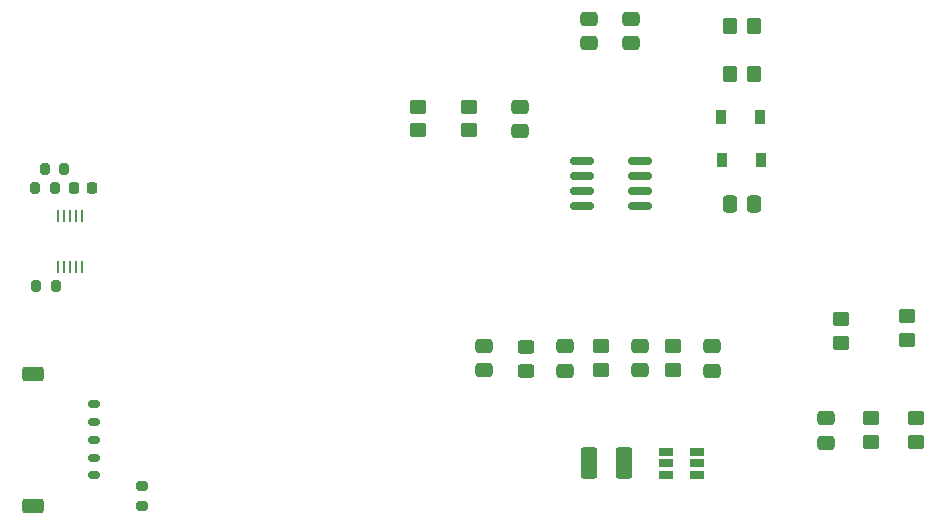
<source format=gbr>
%TF.GenerationSoftware,KiCad,Pcbnew,7.0.1-0*%
%TF.CreationDate,2023-03-22T23:36:25-07:00*%
%TF.ProjectId,Cosmic_Watch_Rev7_Nano_Revised,436f736d-6963-45f5-9761-7463685f5265,6.1*%
%TF.SameCoordinates,Original*%
%TF.FileFunction,Paste,Top*%
%TF.FilePolarity,Positive*%
%FSLAX46Y46*%
G04 Gerber Fmt 4.6, Leading zero omitted, Abs format (unit mm)*
G04 Created by KiCad (PCBNEW 7.0.1-0) date 2023-03-22 23:36:25*
%MOMM*%
%LPD*%
G01*
G04 APERTURE LIST*
G04 Aperture macros list*
%AMRoundRect*
0 Rectangle with rounded corners*
0 $1 Rounding radius*
0 $2 $3 $4 $5 $6 $7 $8 $9 X,Y pos of 4 corners*
0 Add a 4 corners polygon primitive as box body*
4,1,4,$2,$3,$4,$5,$6,$7,$8,$9,$2,$3,0*
0 Add four circle primitives for the rounded corners*
1,1,$1+$1,$2,$3*
1,1,$1+$1,$4,$5*
1,1,$1+$1,$6,$7*
1,1,$1+$1,$8,$9*
0 Add four rect primitives between the rounded corners*
20,1,$1+$1,$2,$3,$4,$5,0*
20,1,$1+$1,$4,$5,$6,$7,0*
20,1,$1+$1,$6,$7,$8,$9,0*
20,1,$1+$1,$8,$9,$2,$3,0*%
G04 Aperture macros list end*
%ADD10RoundRect,0.250000X0.337500X0.475000X-0.337500X0.475000X-0.337500X-0.475000X0.337500X-0.475000X0*%
%ADD11RoundRect,0.250000X-0.475000X0.337500X-0.475000X-0.337500X0.475000X-0.337500X0.475000X0.337500X0*%
%ADD12RoundRect,0.249999X-0.450001X0.350001X-0.450001X-0.350001X0.450001X-0.350001X0.450001X0.350001X0*%
%ADD13RoundRect,0.250000X0.475000X-0.337500X0.475000X0.337500X-0.475000X0.337500X-0.475000X-0.337500X0*%
%ADD14RoundRect,0.200000X0.200000X0.275000X-0.200000X0.275000X-0.200000X-0.275000X0.200000X-0.275000X0*%
%ADD15R,1.220000X0.650000*%
%ADD16RoundRect,0.150000X-0.350000X0.150000X-0.350000X-0.150000X0.350000X-0.150000X0.350000X0.150000X0*%
%ADD17RoundRect,0.250000X-0.650000X0.375000X-0.650000X-0.375000X0.650000X-0.375000X0.650000X0.375000X0*%
%ADD18RoundRect,0.250000X-0.462500X-1.075000X0.462500X-1.075000X0.462500X1.075000X-0.462500X1.075000X0*%
%ADD19RoundRect,0.249999X0.450001X-0.350001X0.450001X0.350001X-0.450001X0.350001X-0.450001X-0.350001X0*%
%ADD20RoundRect,0.200000X-0.275000X0.200000X-0.275000X-0.200000X0.275000X-0.200000X0.275000X0.200000X0*%
%ADD21RoundRect,0.225000X-0.225000X-0.250000X0.225000X-0.250000X0.225000X0.250000X-0.225000X0.250000X0*%
%ADD22RoundRect,0.249999X0.450001X-0.325001X0.450001X0.325001X-0.450001X0.325001X-0.450001X-0.325001X0*%
%ADD23RoundRect,0.249999X0.350001X0.450001X-0.350001X0.450001X-0.350001X-0.450001X0.350001X-0.450001X0*%
%ADD24RoundRect,0.200000X-0.200000X-0.275000X0.200000X-0.275000X0.200000X0.275000X-0.200000X0.275000X0*%
%ADD25RoundRect,0.150000X0.825000X0.150000X-0.825000X0.150000X-0.825000X-0.150000X0.825000X-0.150000X0*%
%ADD26R,0.900000X1.200000*%
%ADD27R,0.250000X1.100000*%
G04 APERTURE END LIST*
D10*
%TO.C,C6*%
X224855500Y-74264400D03*
X222780500Y-74264400D03*
%TD*%
D11*
%TO.C,C5*%
X210880000Y-58562500D03*
X210880000Y-60637500D03*
%TD*%
D12*
%TO.C,R20*%
X232216000Y-83983800D03*
X232216000Y-85983800D03*
%TD*%
D13*
%TO.C,C7*%
X205038000Y-68075000D03*
X205038000Y-66000000D03*
%TD*%
D14*
%TO.C,R10*%
X165725000Y-81200000D03*
X164075000Y-81200000D03*
%TD*%
D15*
%TO.C,U1*%
X219987500Y-97147300D03*
X219987500Y-96197300D03*
X219987500Y-95247300D03*
X217367500Y-95247300D03*
X217367500Y-96197300D03*
X217367500Y-97147300D03*
%TD*%
D16*
%TO.C,J1*%
X168995000Y-91200000D03*
X168995000Y-92700000D03*
X168995000Y-94200000D03*
X168995000Y-95700000D03*
X168995000Y-97200000D03*
D17*
X163805000Y-88595000D03*
X163805000Y-99805000D03*
%TD*%
D18*
%TO.C,L1*%
X210880000Y-96197300D03*
X213855000Y-96197300D03*
%TD*%
D12*
%TO.C,R2*%
X211896000Y-86269800D03*
X211896000Y-88269800D03*
%TD*%
D19*
%TO.C,R3*%
X196402000Y-68000000D03*
X196402000Y-66000000D03*
%TD*%
D12*
%TO.C,R9*%
X238566000Y-92365800D03*
X238566000Y-94365800D03*
%TD*%
D19*
%TO.C,R5*%
X200720000Y-68000000D03*
X200720000Y-66000000D03*
%TD*%
D13*
%TO.C,C1*%
X215198000Y-88323300D03*
X215198000Y-86248300D03*
%TD*%
D12*
%TO.C,R1*%
X217992000Y-86291300D03*
X217992000Y-88291300D03*
%TD*%
D20*
%TO.C,R8*%
X173050000Y-98125000D03*
X173050000Y-99775000D03*
%TD*%
D21*
%TO.C,C8*%
X167225000Y-72910000D03*
X168775000Y-72910000D03*
%TD*%
D13*
%TO.C,C18*%
X201990000Y-88323300D03*
X201990000Y-86248300D03*
%TD*%
D22*
%TO.C,L2*%
X205546000Y-88344800D03*
X205546000Y-86294800D03*
%TD*%
D23*
%TO.C,R7*%
X224818000Y-63190000D03*
X222818000Y-63190000D03*
%TD*%
D12*
%TO.C,R4*%
X237804000Y-83745800D03*
X237804000Y-85745800D03*
%TD*%
%TO.C,R24*%
X234756000Y-92365800D03*
X234756000Y-94365800D03*
%TD*%
D24*
%TO.C,R12*%
X164775000Y-71300000D03*
X166425000Y-71300000D03*
%TD*%
D25*
%TO.C,U2*%
X215198000Y-74366000D03*
X215198000Y-73096000D03*
X215198000Y-71826000D03*
X215198000Y-70556000D03*
X210248000Y-70556000D03*
X210248000Y-71826000D03*
X210248000Y-73096000D03*
X210248000Y-74366000D03*
%TD*%
D13*
%TO.C,C2*%
X208848000Y-88344800D03*
X208848000Y-86269800D03*
%TD*%
D23*
%TO.C,R6*%
X224843400Y-59176800D03*
X222843400Y-59176800D03*
%TD*%
D26*
%TO.C,D2*%
X225366400Y-66847600D03*
X222066400Y-66847600D03*
%TD*%
%TO.C,D1*%
X225391800Y-70505200D03*
X222091800Y-70505200D03*
%TD*%
D13*
%TO.C,C14*%
X230946000Y-94440800D03*
X230946000Y-92365800D03*
%TD*%
D11*
%TO.C,C3*%
X221294000Y-86291300D03*
X221294000Y-88366300D03*
%TD*%
D24*
%TO.C,R11*%
X163975000Y-72900000D03*
X165625000Y-72900000D03*
%TD*%
D27*
%TO.C,U3*%
X165920000Y-79530000D03*
X166420000Y-79530000D03*
X166920000Y-79530000D03*
X167420000Y-79530000D03*
X167920000Y-79530000D03*
X167920000Y-75230000D03*
X167420000Y-75230000D03*
X166920000Y-75230000D03*
X166420000Y-75230000D03*
X165920000Y-75230000D03*
%TD*%
D11*
%TO.C,C4*%
X214400000Y-58562500D03*
X214400000Y-60637500D03*
%TD*%
M02*

</source>
